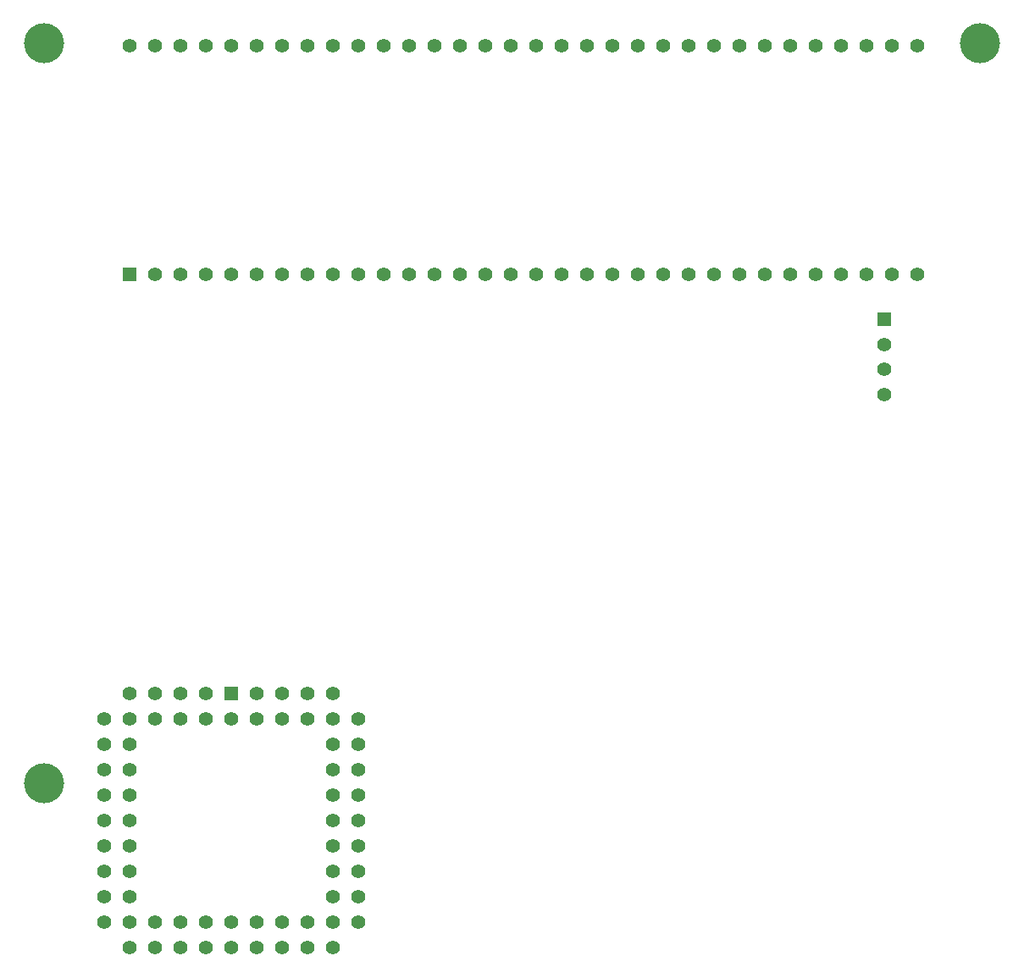
<source format=gbs>
G04 #@! TF.GenerationSoftware,KiCad,Pcbnew,(5.1.12)-1*
G04 #@! TF.CreationDate,2022-03-01T21:28:55+00:00*
G04 #@! TF.ProjectId,A600_68k_PLCC_to_DIP64 _v1,41363030-5f36-4386-9b5f-504c43435f74,B*
G04 #@! TF.SameCoordinates,Original*
G04 #@! TF.FileFunction,Soldermask,Bot*
G04 #@! TF.FilePolarity,Negative*
%FSLAX46Y46*%
G04 Gerber Fmt 4.6, Leading zero omitted, Abs format (unit mm)*
G04 Created by KiCad (PCBNEW (5.1.12)-1) date 2022-03-01 21:28:55*
%MOMM*%
%LPD*%
G01*
G04 APERTURE LIST*
%ADD10C,1.422400*%
%ADD11R,1.422400X1.422400*%
%ADD12C,0.700000*%
%ADD13C,4.000000*%
%ADD14C,1.408000*%
%ADD15R,1.408000X1.408000*%
G04 APERTURE END LIST*
D10*
X119380000Y-46990000D03*
X198120000Y-69850000D03*
X121920000Y-46990000D03*
X195580000Y-69850000D03*
X124460000Y-46990000D03*
X193040000Y-69850000D03*
X127000000Y-46990000D03*
X190500000Y-69850000D03*
X129540000Y-46990000D03*
X187960000Y-69850000D03*
X132080000Y-46990000D03*
X185420000Y-69850000D03*
X134620000Y-46990000D03*
X182880000Y-69850000D03*
X137160000Y-46990000D03*
X180340000Y-69850000D03*
X139700000Y-46990000D03*
X177800000Y-69850000D03*
X142240000Y-46990000D03*
X175260000Y-69850000D03*
X144780000Y-46990000D03*
X172720000Y-69850000D03*
X147320000Y-46990000D03*
X170180000Y-69850000D03*
X149860000Y-46990000D03*
X167640000Y-69850000D03*
X152400000Y-46990000D03*
X165100000Y-69850000D03*
X154940000Y-46990000D03*
X162560000Y-69850000D03*
X157480000Y-46990000D03*
X160020000Y-69850000D03*
X160020000Y-46990000D03*
X157480000Y-69850000D03*
X162560000Y-46990000D03*
X154940000Y-69850000D03*
X165100000Y-46990000D03*
X152400000Y-69850000D03*
X167640000Y-46990000D03*
X149860000Y-69850000D03*
X170180000Y-46990000D03*
X147320000Y-69850000D03*
X172720000Y-46990000D03*
X144780000Y-69850000D03*
X175260000Y-46990000D03*
X142240000Y-69850000D03*
X177800000Y-46990000D03*
X139700000Y-69850000D03*
X180340000Y-46990000D03*
X137160000Y-69850000D03*
X182880000Y-46990000D03*
X134620000Y-69850000D03*
X185420000Y-46990000D03*
X132080000Y-69850000D03*
X187960000Y-46990000D03*
X129540000Y-69850000D03*
X190500000Y-46990000D03*
X127000000Y-69850000D03*
X193040000Y-46990000D03*
X124460000Y-69850000D03*
X195580000Y-46990000D03*
X121920000Y-69850000D03*
X198120000Y-46990000D03*
D11*
X119380000Y-69850000D03*
D12*
X203319000Y-45669000D03*
X202880000Y-46730000D03*
X203319000Y-47791000D03*
X204380000Y-48230000D03*
X205441000Y-47791000D03*
X205880000Y-46730000D03*
X205441000Y-45669000D03*
X204380000Y-45230000D03*
D13*
X204380000Y-46730000D03*
X110880000Y-46730000D03*
D12*
X112380000Y-46730000D03*
X111941000Y-47791000D03*
X110880000Y-48230000D03*
X109819000Y-47791000D03*
X109380000Y-46730000D03*
X109819000Y-45669000D03*
X110880000Y-45230000D03*
X111941000Y-45669000D03*
D13*
X110880000Y-120730000D03*
D12*
X112380000Y-120730000D03*
X111941000Y-121791000D03*
X110880000Y-122230000D03*
X109819000Y-121791000D03*
X109380000Y-120730000D03*
X109819000Y-119669000D03*
X110880000Y-119230000D03*
X111941000Y-119669000D03*
D10*
X142240000Y-114300000D03*
X142240000Y-116840000D03*
X142240000Y-119380000D03*
X142240000Y-121920000D03*
X142240000Y-124460000D03*
X142240000Y-127000000D03*
X142240000Y-129540000D03*
X142240000Y-132080000D03*
X139700000Y-111760000D03*
X139700000Y-114300000D03*
X139700000Y-116840000D03*
X139700000Y-119380000D03*
X139700000Y-121920000D03*
X139700000Y-124460000D03*
X139700000Y-127000000D03*
X139700000Y-129540000D03*
X139700000Y-132080000D03*
X139700000Y-137160000D03*
X137160000Y-137160000D03*
X134620000Y-137160000D03*
X132080000Y-137160000D03*
X129540000Y-137160000D03*
X127000000Y-137160000D03*
X124460000Y-137160000D03*
X121920000Y-137160000D03*
X119380000Y-137160000D03*
X142240000Y-134620000D03*
X139700000Y-134620000D03*
X137160000Y-134620000D03*
X134620000Y-134620000D03*
X132080000Y-134620000D03*
X129540000Y-134620000D03*
X127000000Y-134620000D03*
X124460000Y-134620000D03*
X121920000Y-134620000D03*
X116840000Y-134620000D03*
X116840000Y-132080000D03*
X116840000Y-129540000D03*
X116840000Y-127000000D03*
X116840000Y-124460000D03*
X116840000Y-121920000D03*
X116840000Y-119380000D03*
X116840000Y-116840000D03*
X116840000Y-114300000D03*
X119380000Y-134620000D03*
X119380000Y-132080000D03*
X119380000Y-129540000D03*
X119380000Y-127000000D03*
X119380000Y-124460000D03*
X119380000Y-121920000D03*
X119380000Y-119380000D03*
X119380000Y-116840000D03*
X137160000Y-111760000D03*
X134620000Y-111760000D03*
X132080000Y-111760000D03*
X119380000Y-111760000D03*
X121920000Y-111760000D03*
X124460000Y-111760000D03*
X127000000Y-111760000D03*
D11*
X129540000Y-111760000D03*
D10*
X137160000Y-114300000D03*
X134620000Y-114300000D03*
X132080000Y-114300000D03*
X129540000Y-114300000D03*
X119380000Y-114300000D03*
X121920000Y-114300000D03*
X124460000Y-114300000D03*
X127000000Y-114300000D03*
D14*
X194840000Y-81855000D03*
X194840000Y-79355000D03*
X194840000Y-76855000D03*
D15*
X194840000Y-74355000D03*
M02*

</source>
